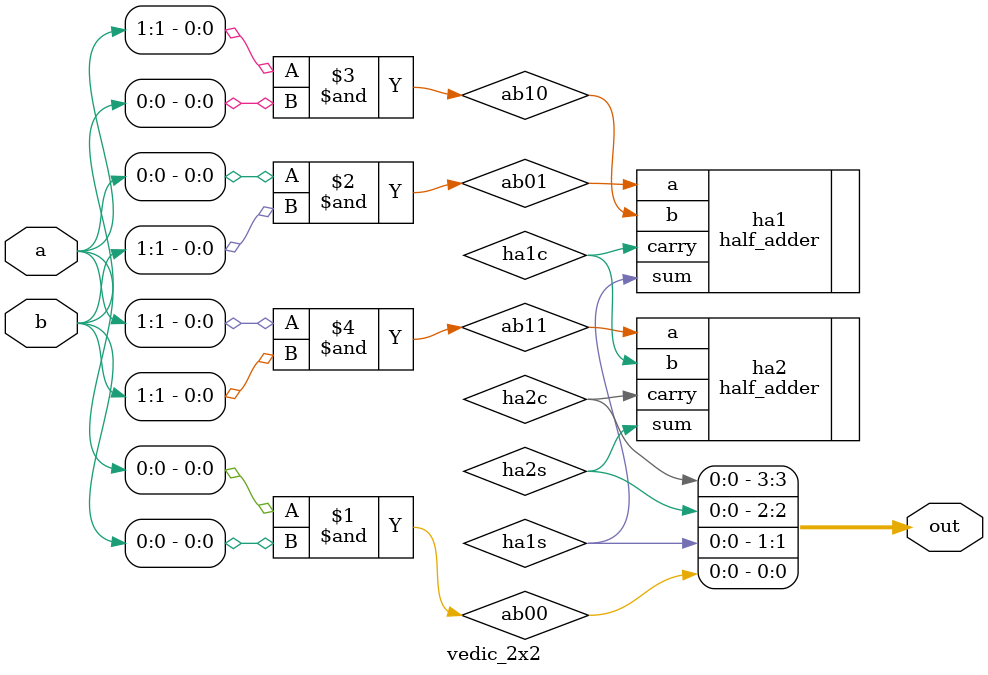
<source format=v>
`include "half_adder.v"
module vedic_2x2(input [1:0] a,b,
                output [3:0] out);
  wire ab00,ab01,ab10,ab11;
  wire ha1s,ha1c,ha2s,ha2c;
  and and1_i(ab00,a[0],b[0]);
  and and2_i(ab01,a[0],b[1]);
  and and3_i(ab10,a[1],b[0]);
  and and4_i(ab11,a[1],b[1]);
  half_adder ha1(.a(ab01),.b(ab10),.carry(ha1c),.sum(ha1s));
  half_adder ha2(.a(ab11),.b(ha1c),.carry(ha2c),.sum(ha2s));
  assign out={ha2c,ha2s,ha1s,ab00};
endmodule
</source>
